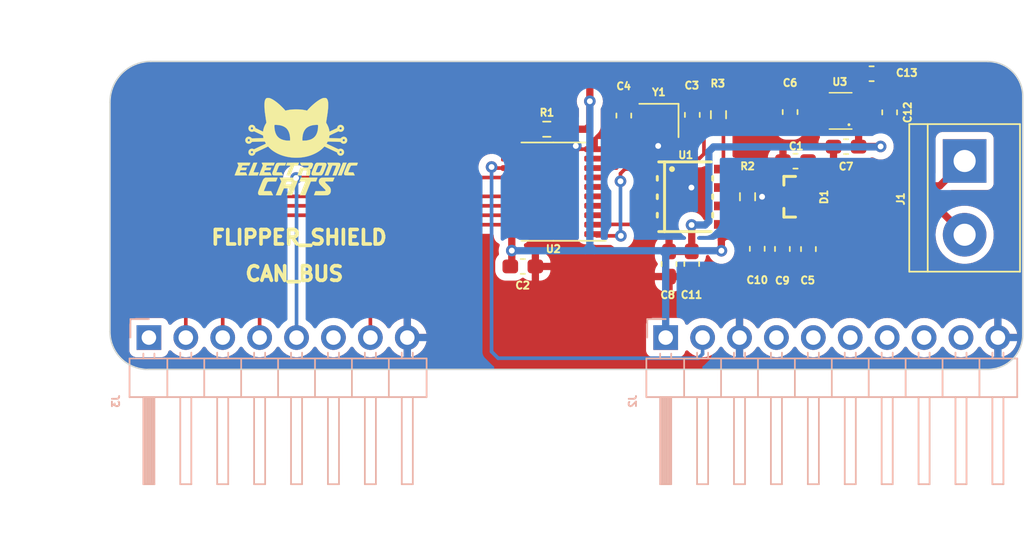
<source format=kicad_pcb>
(kicad_pcb (version 20221018) (generator pcbnew)
  (layers (0 "F.Cu" signal) (31 "B.Cu" signal) (34 "B.Paste" user) (35 "F.Paste" user) (36 "B.SilkS" user "B.Silkscreen") (37 "F.SilkS" user "F.Silkscreen") (38 "B.Mask" user) (39 "F.Mask" user) (44 "Edge.Cuts" user))
  (net 0 "")
  (net 1 "/CAN_L")
  (net 2 "GND")
  (net 3 "/SCK")
  (net 4 "+3V3")
  (net 5 "/INT")
  (net 6 "/RST")
  (net 7 "/TXD")
  (net 8 "+5V")
  (net 9 "/RXD")
  (net 10 "Net-(U1-S)")
  (net 16 "Net-(U2-OSC2)")
  (net 17 "Net-(U2-OSC1)")
  (net 21 "/MOSI")
  (net 22 "/MISO")
  (net 23 "/CS")
  (net 25 "Net-(U3-C+)")
  (net 26 "Net-(U3-C-)")
  (net 34 "/CAN_H")
  (footprint "Capacitor_SMD:C_0603_1608Metric_Pad1.08x0.95mm_HandSolder" (layer "F.Cu") (at 123.421726 85.539223 -90)
    (fp_text reference "C11" (at 2.130777 0.011726 -180) (layer "F.SilkS") (effects (font (size 0.5 0.5) (thickness 0.125))))
    (fp_text value "0.1uf")
    (pad "1" smd roundrect (at -0.8625 0 270) (size 1.075 0.95) (layers "F.Cu" "F.Paste" "F.Mask") (net 8 "+5V"))
    (pad "2" smd roundrect (at 0.8625 0 270) (size 1.075 0.95) (layers "F.Cu" "F.Paste" "F.Mask") (net 2 "GND"))
  )
  (footprint "Capacitor_SMD:C_0603_1608Metric_Pad1.08x0.95mm_HandSolder" (layer "F.Cu") (at 127.931726 84.494223 -90)
    (fp_text reference "C10" (at 2.155777 0.001726) (layer "F.SilkS") (effects (font (size 0.5 0.5) (thickness 0.125))))
    (fp_text value "10uf" hide)
    (pad "1" smd roundrect (at -0.8625 0 270) (size 1.075 0.95) (layers "F.Cu" "F.Paste" "F.Mask") (net 4 "+3V3"))
    (pad "2" smd roundrect (at 0.8625 0 270) (size 1.075 0.95) (layers "F.Cu" "F.Paste" "F.Mask") (net 2 "GND"))
  )
  (footprint "TerminalBlock:TerminalBlock_bornier-2_P5.08mm" (layer "F.Cu") (at 142.2 78.45 -90)
    (fp_text reference "J1" (at 2.61 4.4 90) (layer "F.SilkS") (effects (font (size 0.5 0.5) (thickness 0.125))))
    (fp_text value "Conn_01x02")
    (pad "1" thru_hole rect (at 0 0 270) (size 3 3) (drill 1.52) (layers "*.Cu" "*.Mask") (net 34 "/CAN_H"))
    (pad "2" thru_hole circle (at 5.08 0 270) (size 3 3) (drill 1.52) (layers "*.Cu" "*.Mask") (net 1 "/CAN_L"))
  )
  (footprint "Resistor_SMD:R_0603_1608Metric_Pad0.98x0.95mm_HandSolder" (layer "F.Cu") (at 127.262976 80.911723 90)
    (fp_text reference "R2" (at 2.1 0) (layer "F.SilkS") (effects (font (size 0.5 0.5) (thickness 0.125))))
    (fp_text value "120")
    (pad "1" smd roundrect (at -0.9125 0 90) (size 0.975 0.95) (layers "F.Cu" "F.Paste" "F.Mask") (net 1 "/CAN_L"))
    (pad "2" smd roundrect (at 0.9125 0 90) (size 0.975 0.95) (layers "F.Cu" "F.Paste" "F.Mask") (net 34 "/CAN_H"))
  )
  (footprint "Capacitor_SMD:C_0603_1608Metric_Pad1.08x0.95mm_HandSolder" (layer "F.Cu") (at 123.462976 75.274223 90)
    (fp_text reference "C3" (at 2.024223 -0.032976 180) (layer "F.SilkS") (effects (font (size 0.5 0.5) (thickness 0.125))))
    (fp_text value "22pf" hide)
    (pad "1" smd roundrect (at -0.8625 0 90) (size 1.075 0.95) (layers "F.Cu" "F.Paste" "F.Mask") (net 2 "GND"))
    (pad "2" smd roundrect (at 0.8625 0 90) (size 1.075 0.95) (layers "F.Cu" "F.Paste" "F.Mask") (net 16 "Net-(U2-OSC2)"))
  )
  (footprint "Capacitor_SMD:C_0603_1608Metric_Pad1.08x0.95mm_HandSolder" (layer "F.Cu") (at 131.451726 84.516723 90)
    (fp_text reference "C5" (at -2.153277 -0.051726 180) (layer "F.SilkS") (effects (font (size 0.5 0.5) (thickness 0.125))))
    (fp_text value "47pf")
    (pad "1" smd roundrect (at -0.8625 0 90) (size 1.075 0.95) (layers "F.Cu" "F.Paste" "F.Mask") (net 2 "GND"))
    (pad "2" smd roundrect (at 0.8625 0 90) (size 1.075 0.95) (layers "F.Cu" "F.Paste" "F.Mask") (net 1 "/CAN_L"))
  )
  (footprint "Resistor_SMD:R_0603_1608Metric_Pad0.98x0.95mm_HandSolder" (layer "F.Cu") (at 125.262976 75.261723 -90)
    (fp_text reference "R3" (at -2.15 0.05) (layer "F.SilkS") (effects (font (size 0.5 0.5) (thickness 0.125))))
    (fp_text value "10k" hide)
    (pad "1" smd roundrect (at -0.9125 0 270) (size 0.975 0.95) (layers "F.Cu" "F.Paste" "F.Mask") (net 2 "GND"))
    (pad "2" smd roundrect (at 0.9125 0 270) (size 0.975 0.95) (layers "F.Cu" "F.Paste" "F.Mask") (net 10 "Net-(U1-S)"))
  )
  (footprint "TJA1051T_3:SOT96-1" (layer "F.Cu") (at 122.952976 80.911723 -90)
    (fp_text reference "U1" (at -2.871723 -0.057024) (layer "F.SilkS") (effects (font (size 0.5 0.5) (thickness 0.125))))
    (fp_text value "TJA1051T/3")
    (pad "1" smd rect (at -1.905 2.65 270) (size 0.6 1.3) (layers "F.Cu" "F.Paste" "F.Mask") (net 7 "/TXD"))
    (pad "2" smd rect (at -0.635 2.65 270) (size 0.6 1.3) (layers "F.Cu" "F.Paste" "F.Mask") (net 2 "GND"))
    (pad "3" smd rect (at 0.635 2.65 270) (size 0.6 1.3) (layers "F.Cu" "F.Paste" "F.Mask") (net 8 "+5V"))
    (pad "4" smd rect (at 1.905 2.65 270) (size 0.6 1.3) (layers "F.Cu" "F.Paste" "F.Mask") (net 9 "/RXD"))
    (pad "5" smd rect (at 1.905 -2.65 270) (size 0.6 1.3) (layers "F.Cu" "F.Paste" "F.Mask") (net 4 "+3V3"))
    (pad "6" smd rect (at 0.635 -2.65 270) (size 0.6 1.3) (layers "F.Cu" "F.Paste" "F.Mask") (net 1 "/CAN_L"))
    (pad "7" smd rect (at -0.635 -2.65 270) (size 0.6 1.3) (layers "F.Cu" "F.Paste" "F.Mask") (net 34 "/CAN_H"))
    (pad "8" smd rect (at -1.905 -2.65 270) (size 0.6 1.3) (layers "F.Cu" "F.Paste" "F.Mask") (net 10 "Net-(U1-S)"))
  )
  (footprint "Capacitor_SMD:C_0603_1608Metric_Pad1.08x0.95mm_HandSolder" (layer "F.Cu") (at 118.75 75.3225 -90)
    (fp_text reference "C4" (at -2.0225 0.01 -180) (layer "F.SilkS") (effects (font (size 0.5 0.5) (thickness 0.125))))
    (fp_text value "22pf" hide)
    (pad "1" smd roundrect (at -0.8625 0 270) (size 1.075 0.95) (layers "F.Cu" "F.Paste" "F.Mask") (net 2 "GND"))
    (pad "2" smd roundrect (at 0.8625 0 270) (size 1.075 0.95) (layers "F.Cu" "F.Paste" "F.Mask") (net 17 "Net-(U2-OSC1)"))
  )
  (footprint "Capacitor_SMD:C_0603_1608Metric_Pad1.08x0.95mm_HandSolder" (layer "F.Cu") (at 135.799051 72.439998)
    (fp_text reference "C13" (at 2.420949 -0.059998) (layer "F.SilkS") (effects (font (size 0.5 0.5) (thickness 0.125))))
    (fp_text value "10uf" hide)
    (pad "1" smd roundrect (at -0.8625 0) (size 1.075 0.95) (layers "F.Cu" "F.Paste" "F.Mask") (net 4 "+3V3"))
    (pad "2" smd roundrect (at 0.8625 0) (size 1.075 0.95) (layers "F.Cu" "F.Paste" "F.Mask") (net 2 "GND"))
  )
  (footprint "Crystal:Crystal_SMD_2016-4Pin_2.0x1.6mm" (layer "F.Cu") (at 121.162976 75.661723 180)
    (fp_text reference "Y1" (at 0 1.95) (layer "F.SilkS") (effects (font (size 0.5 0.5) (thickness 0.125))))
    (fp_text value "16 Mhz")
    (pad "1" smd rect (at -0.7 0.55 180) (size 0.9 0.8) (layers "F.Cu" "F.Paste" "F.Mask") (net 16 "Net-(U2-OSC2)"))
    (pad "2" smd rect (at 0.7 0.55 180) (size 0.9 0.8) (layers "F.Cu" "F.Paste" "F.Mask") (net 2 "GND"))
    (pad "3" smd rect (at 0.7 -0.55 180) (size 0.9 0.8) (layers "F.Cu" "F.Paste" "F.Mask") (net 17 "Net-(U2-OSC1)"))
    (pad "4" smd rect (at -0.7 -0.55 180) (size 0.9 0.8) (layers "F.Cu" "F.Paste" "F.Mask") (net 2 "GND"))
  )
  (footprint "Capacitor_SMD:C_0603_1608Metric_Pad1.08x0.95mm_HandSolder" (layer "F.Cu") (at 134.04155 77.459999 180)
    (fp_text reference "C7" (at 0.00155 -1.370001) (layer "F.SilkS") (effects (font (size 0.5 0.5) (thickness 0.125))))
    (fp_text value "0.1uf")
    (pad "1" smd roundrect (at -0.8625 0 180) (size 1.075 0.95) (layers "F.Cu" "F.Paste" "F.Mask") (net 8 "+5V"))
    (pad "2" smd roundrect (at 0.8625 0 180) (size 1.075 0.95) (layers "F.Cu" "F.Paste" "F.Mask") (net 2 "GND"))
  )
  (footprint "Logos:electronic_cats_logo_8x6" (layer "F.Cu") (at 96.21 77.46)
    (fp_text reference "G***" hide)
    (fp_text value "LOGO" hide)
  )
  (footprint "Capacitor_SMD:C_0603_1608Metric_Pad1.08x0.95mm_HandSolder" (layer "F.Cu") (at 121.861726 85.546723 -90)
    (fp_text reference "C8" (at 2.133277 0.091726 -180) (layer "F.SilkS") (effects (font (size 0.5 0.5) (thickness 0.125))))
    (fp_text value "10uf" hide)
    (pad "1" smd roundrect (at -0.8625 0 270) (size 1.075 0.95) (layers "F.Cu" "F.Paste" "F.Mask") (net 8 "+5V"))
    (pad "2" smd roundrect (at 0.8625 0 270) (size 1.075 0.95) (layers "F.Cu" "F.Paste" "F.Mask") (net 2 "GND"))
  )
  (footprint "footprints:SOT-23-6_DIO" (layer "F.Cu") (at 133.64155 74.999999 180)
    (fp_text reference "U3" (at 0.03155 1.999999 unlocked) (layer "F.SilkS") (effects (font (size 0.5 0.5) (thickness 0.125))))
    (fp_text value "AP3602AKTR-G1" hide)
    (pad "1" smd rect (at -1.28905 -0.950001 180) (size 1.0795 0.4572) (layers "F.Cu" "F.Paste" "F.Mask") (net 8 "+5V"))
    (pad "2" smd rect (at -1.28905 0 180) (size 1.0795 0.4572) (layers "F.Cu" "F.Paste" "F.Mask") (net 2 "GND"))
    (pad "3" smd rect (at -1.28905 0.950001 180) (size 1.0795 0.4572) (layers "F.Cu" "F.Paste" "F.Mask") (net 4 "+3V3"))
    (pad "4" smd rect (at 1.28905 0.950001 180) (size 1.0795 0.4572) (layers "F.Cu" "F.Paste" "F.Mask") (net 26 "Net-(U3-C-)"))
    (pad "5" smd rect (at 1.28905 0 180) (size 1.0795 0.4572) (layers "F.Cu" "F.Paste" "F.Mask") (net 4 "+3V3"))
    (pad "6" smd rect (at 1.28905 -0.950001 180) (size 1.0795 0.4572) (layers "F.Cu" "F.Paste" "F.Mask") (net 25 "Net-(U3-C+)"))
  )
  (footprint "Capacitor_SMD:C_0603_1608Metric_Pad1.08x0.95mm_HandSolder" (layer "F.Cu") (at 130.19155 75.079999 90)
    (fp_text reference "C6" (at 2.009999 -0.00155 180) (layer "F.SilkS") (effects (font (size 0.5 0.5) (thickness 0.125))))
    (fp_text value "1uf" hide)
    (pad "1" smd roundrect (at -0.8625 0 90) (size 1.075 0.95) (layers "F.Cu" "F.Paste" "F.Mask") (net 25 "Net-(U3-C+)"))
    (pad "2" smd roundrect (at 0.8625 0 90) (size 1.075 0.95) (layers "F.Cu" "F.Paste" "F.Mask") (net 26 "Net-(U3-C-)"))
  )
  (footprint "Capacitor_SMD:C_0603_1608Metric_Pad1.08x0.95mm_HandSolder" (layer "F.Cu") (at 129.661726 84.506723 -90)
    (fp_text reference "C9" (at 2.183277 0.001726) (layer "F.SilkS") (effects (font (size 0.5 0.5) (thickness 0.125))))
    (fp_text value "0.1uf" hide)
    (pad "1" smd roundrect (at -0.8625 0 270) (size 1.075 0.95) (layers "F.Cu" "F.Paste" "F.Mask") (net 4 "+3V3"))
    (pad "2" smd roundrect (at 0.8625 0 270) (size 1.075 0.95) (layers "F.Cu" "F.Paste" "F.Mask") (net 2 "GND"))
  )
  (footprint "Capacitor_SMD:C_0603_1608Metric_Pad1.08x0.95mm_HandSolder" (layer "F.Cu") (at 130.562976 78.461723 180)
    (fp_text reference "C1" (at -0.047024 1.031723) (layer "F.SilkS") (effects (font (size 0.5 0.5) (thickness 0.125))))
    (fp_text value "47pf" hide)
    (pad "1" smd roundrect (at -0.8625 0 180) (size 1.075 0.95) (layers "F.Cu" "F.Paste" "F.Mask") (net 34 "/CAN_H"))
    (pad "2" smd roundrect (at 0.8625 0 180) (size 1.075 0.95) (layers "F.Cu" "F.Paste" "F.Mask") (net 2 "GND"))
  )
  (footprint "Capacitor_SMD:C_0603_1608Metric_Pad1.08x0.95mm_HandSolder" (layer "F.Cu") (at 137.04 75.099999 90)
    (fp_text reference "C12" (at 0 1.24 90) (layer "F.SilkS") (effects (font (size 0.5 0.5) (thickness 0.125))))
    (fp_text value "10uf")
    (pad "1" smd roundrect (at -0.8625 0 90) (size 1.075 0.95) (layers "F.Cu" "F.Paste" "F.Mask") (net 8 "+5V"))
    (pad "2" smd roundrect (at 0.8625 0 90) (size 1.075 0.95) (layers "F.Cu" "F.Paste" "F.Mask") (net 2 "GND"))
  )
  (footprint "PESD1CAN:SOT23-3" (layer "F.Cu") (at 130.462976 80.911723 90)
    (fp_text reference "D1" (at -0.018277 2.067024 90) (layer "F.SilkS") (effects (font (size 0.5 0.5) (thickness 0.125))))
    (fp_text value "PESD1CAN")
    (pad "1" smd rect (at -0.95 1 90) (size 0.8 0.9) (layers "F.Cu" "F.Paste" "F.Mask") (net 1 "/CAN_L"))
    (pad "2" smd rect (at 0.95 1 90) (size 0.8 0.9) (layers "F.Cu" "F.Paste" "F.Mask") (net 34 "/CAN_H"))
    (pad "3" smd rect (at 0 -1.1 90) (size 0.8 0.9) (layers "F.Cu" "F.Paste" "F.Mask") (net 2 "GND"))
  )
  (footprint "Package_SO:TSSOP-20_4.4x6.5mm_P0.65mm" (layer "F.Cu") (at 113.902976 80.561723 180)
    (fp_text reference "U2" (at 0 -3.948277) (layer "F.SilkS") (effects (font (size 0.5 0.5) (thickness 0.125))))
    (fp_text value "MCP2515-xST")
    (pad "1" smd roundrect (at -2.8625 -2.925 180) (size 1.475 0.4) (layers "F.Cu" "F.Paste" "F.Mask") (net 7 "/TXD"))
    (pad "2" smd roundrect (at -2.8625 -2.275 180) (size 1.475 0.4) (layers "F.Cu" "F.Paste" "F.Mask") (net 9 "/RXD"))
    (pad "3" smd roundrect (at -2.8625 -1.625 180) (size 1.475 0.4) (layers "F.Cu" "F.Paste" "F.Mask"))
    (pad "4" smd roundrect (at -2.8625 -0.975 180) (size 1.475 0.4) (layers "F.Cu" "F.Paste" "F.Mask"))
    (pad "5" smd roundrect (at -2.8625 -0.325 180) (size 1.475 0.4) (layers "F.Cu" "F.Paste" "F.Mask"))
    (pad "6" smd roundrect (at -2.8625 0.325 180) (size 1.475 0.4) (layers "F.Cu" "F.Paste" "F.Mask"))
    (pad "7" smd roundrect (at -2.8625 0.975 180) (size 1.475 0.4) (layers "F.Cu" "F.Paste" "F.Mask"))
    (pad "8" smd roundrect (at -2.8625 1.625 180) (size 1.475 0.4) (layers "F.Cu" "F.Paste" "F.Mask") (net 16 "Net-(U2-OSC2)"))
    (pad "9" smd roundrect (at -2.8625 2.275 180) (size 1.475 0.4) (layers "F.Cu" "F.Paste" "F.Mask") (net 17 "Net-(U2-OSC1)"))
    (pad "10" smd roundrect (at -2.8625 2.925 180) (size 1.475 0.4) (layers "F.Cu" "F.Paste" "F.Mask") (net 2 "GND"))
    (pad "11" smd roundrect (at 2.8625 2.925 180) (size 1.475 0.4) (layers "F.Cu" "F.Paste" "F.Mask"))
    (pad "12" smd roundrect (at 2.8625 2.275 180) (size 1.475 0.4) (layers "F.Cu" "F.Paste" "F.Mask"))
    (pad "13" smd roundrect (at 2.8625 1.625 180) (size 1.475 0.4) (layers "F.Cu" "F.Paste" "F.Mask") (net 5 "/INT"))
    (pad "14" smd roundrect (at 2.8625 0.975 180) (size 1.475 0.4) (layers "F.Cu" "F.Paste" "F.Mask") (net 3 "/SCK"))
    (pad "15" smd roundrect (at 2.8625 0.325 180) (size 1.475 0.4) (layers "F.Cu" "F.Paste" "F.Mask"))
    (pad "16" smd roundrect (at 2.8625 -0.325 180) (size 1.475 0.4) (layers "F.Cu" "F.Paste" "F.Mask") (net 21 "/MOSI"))
    (pad "17" smd roundrect (at 2.8625 -0.975 180) (size 1.475 0.4) (layers "F.Cu" "F.Paste" "F.Mask") (net 22 "/MISO"))
    (pad "18" smd roundrect (at 2.8625 -1.625 180) (size 1.475 0.4) (layers "F.Cu" "F.Paste" "F.Mask") (net 23 "/CS"))
    (pad "19" smd roundrect (at 2.8625 -2.275 180) (size 1.475 0.4) (layers "F.Cu" "F.Paste" "F.Mask") (net 6 "/RST"))
    (pad "20" smd roundrect (at 2.8625 -2.925 180) (size 1.475 0.4) (layers "F.Cu" "F.Paste" "F.Mask") (net 4 "+3V3"))
  )
  (footprint "Capacitor_SMD:C_0603_1608Metric_Pad1.08x0.95mm_HandSolder" (layer "F.Cu") (at 111.800476 85.711723 180)
    (fp_text reference "C2" (at 0.010476 -1.308277) (layer "F.SilkS") (effects (font (size 0.5 0.5) (thickness 0.125))))
    (fp_text value "0.1uf" hide)
    (pad "1" smd roundrect (at -0.8625 0 180) (size 1.075 0.95) (layers "F.Cu" "F.Paste" "F.Mask") (net 2 "GND"))
    (pad "2" smd roundrect (at 0.8625 0 180) (size 1.075 0.95) (layers "F.Cu" "F.Paste" "F.Mask") (net 4 "+3V3"))
  )
  (footprint "Resistor_SMD:R_0603_1608Metric_Pad0.98x0.95mm_HandSolder" (layer "F.Cu") (at 113.45 76.26 180)
    (fp_text reference "R1" (at -0.01 1.14 180) (layer "F.SilkS") (effects (font (size 0.5 0.5) (thickness 0.125))))
    (fp_text value "10k" hide)
    (pad "1" smd roundrect (at -0.9125 0 180) (size 0.975 0.95) (layers "F.Cu" "F.Paste" "F.Mask") (net 4 "+3V3"))
    (pad "2" smd roundrect (at 0.9125 0 180) (size 0.975 0.95) (layers "F.Cu" "F.Paste" "F.Mask") (net 23 "/CS"))
  )
  (footprint "Connector_PinHeader_2.54mm:PinHeader_1x08_P2.54mm_Horizontal" (layer "B.Cu") (at 86.07 90.61 -90)
    (fp_text reference "J3" (at 4.385 2.27 90) (layer "B.SilkS") (effects (font (size 0.5 0.5) (thickness 0.125)) (justify mirror)))
    (fp_text value "Conn_01x08_Socket" hide)
    (pad "1" thru_hole rect (at 0 0 270) (size 1.7 1.7) (drill 1) (layers "*.Cu" "*.Mask"))
    (pad "2" thru_hole oval (at 0 -2.54 270) (size 1.7 1.7) (drill 1) (layers "*.Cu" "*.Mask") (net 21 "/MOSI"))
    (pad "3" thru_hole oval (at 0 -5.08 270) (size 1.7 1.7) (drill 1) (layers "*.Cu" "*.Mask") (net 22 "/MISO"))
    (pad "4" thru_hole oval (at 0 -7.62 270) (size 1.7 1.7) (drill 1) (layers "*.Cu" "*.Mask") (net 23 "/CS"))
    (pad "5" thru_hole oval (at 0 -10.16 270) (size 1.7 1.7) (drill 1) (layers "*.Cu" "*.Mask") (net 3 "/SCK"))
    (pad "6" thru_hole oval (at 0 -12.7 270) (size 1.7 1.7) (drill 1) (layers "*.Cu" "*.Mask"))
    (pad "7" thru_hole oval (at 0 -15.24 270) (size 1.7 1.7) (drill 1) (layers "*.Cu" "*.Mask") (net 6 "/RST"))
    (pad "8" thru_hole oval (at 0 -17.78 270) (size 1.7 1.7) (drill 1) (layers "*.Cu" "*.Mask") (net 2 "GND"))
  )
  (footprint "Connector_PinHeader_2.54mm:PinHeader_1x10_P2.54mm_Horizontal" (layer "B.Cu") (at 121.63 90.61 -90)
    (fp_text reference "J2" (at 4.385 2.27 90) (layer "B.SilkS") (effects (font (size 0.5 0.5) (thickness 0.125)) (justify mirror)))
    (fp_text value "Conn_01x10_Socket" hide)
    (pad "1" thru_hole rect (at 0 0 270) (size 1.7 1.7) (drill 1) (layers "*.Cu" "*.Mask") (net 4 "+3V3"))
    (pad "2" thru_hole oval (at 0 -2.54 270) (size 1.7 1.7) (drill 1) (layers "*.Cu" "*.Mask") (net 5 "/INT"))
    (pad "3" thru_hole oval (at 0 -5.08 270) (size 1.7 1.7) (drill 1) (layers "*.Cu" "*.Mask") (net 2 "GND"))
    (pad "4" thru_hole oval (at 0 -7.62 270) (size 1.7 1.7) (drill 1) (layers "*.Cu" "*.Mask"))
    (pad "5" thru_hole oval (at 0 -10.16 270) (size 1.7 1.7) (drill 1) (layers "*.Cu" "*.Mask"))
    (pad "6" thru_hole oval (at 0 -12.7 270) (size 1.7 1.7) (drill 1) (layers "*.Cu" "*.Mask"))
    (pad "7" thru_hole oval (at 0 -15.24 270) (size 1.7 1.7) (drill 1) (layers "*.Cu" "*.Mask"))
    (pad "8" thru_hole oval (at 0 -17.78 270) (size 1.7 1.7) (drill 1) (layers "*.Cu" "*.Mask"))
    (pad "9" thru_hole oval (at 0 -20.32 270) (size 1.7 1.7) (drill 1) (layers "*.Cu" "*.Mask"))
    (pad "10" thru_hole oval (at 0 -22.86 270) (size 1.7 1.7) (drill 1) (layers "*.Cu" "*.Mask") (net 2 "GND"))
  )
  (gr_line (start 146.2 74) (end 146.2 90.4) (stroke (width 0.1)) (layer "Edge.Cuts"))
  (gr_line (start 143.8 92.8) (end 86 92.8) (stroke (width 0.1)) (layer "Edge.Cuts"))
  (gr_line (start 86.2 71.592867) (end 143.8 71.592867) (stroke (width 0.1)) (layer "Edge.Cuts"))
  (gr_arc (start 86 92.80768) (mid 84.156092 92.043908) (end 83.39232 90.2) (stroke (width 0.1)) (layer "Edge.Cuts"))
  (gr_line (start 83.39232 90.2) (end 83.39232 74.4) (stroke (width 0.1)) (layer "Edge.Cuts"))
  (gr_arc (start 146.2 90.4) (mid 145.497056 92.097056) (end 143.8 92.8) (stroke (width 0.1)) (layer "Edge.Cuts"))
  (gr_arc (start 83.392867 74.4) (mid 84.215057 72.415057) (end 86.2 71.592867) (stroke (width 0.1)) (layer "Edge.Cuts"))
  (gr_arc (start 143.8 71.6) (mid 145.497056 72.302944) (end 146.2 74) (stroke (width 0.1)) (layer "Edge.Cuts"))
  (gr_text "CAN_BUS\n" (at 92.58 86.8) (layer "F.SilkS") (effects (font (size 1 1) (thickness 0.25) bold) (justify left bottom)))
  (gr_text "FLIPPER_SHIELD\n" (at 90.24 84.3) (layer "F.SilkS") (effects (font (size 1 1) (thickness 0.25) bold) (justify left bottom)))
  (segment (start 131.462976 83.474223) (end 131.425476 83.511723) (width 0.5) (layer "F.Cu") (net 1))
  (segment (start 131.462976 81.861723) (end 131.462976 83.642973) (width 0.5) (layer "F.Cu") (net 1))
  (segment (start 140.5 81.83) (end 131.494699 81.83) (width 0.5) (layer "F.Cu") (net 1))
  (segment (start 131.462976 81.861723) (end 127.300476 81.861723) (width 0.5) (layer "F.Cu") (net 1))
  (segment (start 125.602976 81.546723) (end 126.985476 81.546723) (width 0.5) (layer "F.Cu") (net 1))
  (segment (start 131.462976 83.642973) (end 131.451726 83.654223) (width 0.5) (layer "F.Cu") (net 1))
  (segment (start 142.2 83.53) (end 140.5 81.83) (width 0.5) (layer "F.Cu") (net 1))
  (segment (start 131.494699 81.83) (end 131.462976 81.861723) (width 0.5) (layer "F.Cu") (net 1))
  (segment (start 126.985476 81.546723) (end 127.262976 81.824223) (width 0.5) (layer "F.Cu") (net 1))
  (segment (start 127.300476 81.861723) (end 127.262976 81.824223) (width 0.5) (layer "F.Cu") (net 1))
  (segment (start 115.487976 77.636723) (end 115.262976 77.411723) (width 0.25) (layer "F.Cu") (net 2))
  (segment (start 136.620001 74.999999) (end 134.9306 74.999999) (width 0.25) (layer "F.Cu") (net 2))
  (segment (start 118.762976 74.449223) (end 119.800476 74.449223) (width 0.25) (layer "F.Cu") (net 2))
  (segment (start 116.765476 77.636723) (end 115.487976 77.636723) (width 0.25) (layer "F.Cu") (net 2))
  (segment (start 137.04155 74.237499) (end 137.04155 74.57845) (width 0.25) (layer "F.Cu") (net 2))
  (segment (start 137.04155 74.57845) (end 136.620001 74.999999) (width 0.25) (layer "F.Cu") (net 2))
  (segment (start 119.800476 74.449223) (end 120.462976 75.111723) (width 0.25) (layer "F.Cu") (net 2))
  (segment (start 116.740476 77.611723) (end 116.765476 77.636723) (width 0.25) (layer "F.Cu") (net 2))
  (via (at 128.262976 80.911723) (size 0.8) (drill 0.4) (layers "F.Cu" "B.Cu") (net 2))
  (via (at 115.446176 77.411723) (size 0.8) (drill 0.4) (layers "F.Cu" "B.Cu") (net 2))
  (via (at 123.4 80.28) (size 0.8) (drill 0.4) (layers "F.Cu" "B.Cu") (net 2))
  (via (at 121.112976 77.411723) (size 0.8) (drill 0.4) (layers "F.Cu" "B.Cu") (net 2))
  (segment (start 96.233277 79.586723) (end 96.2 79.62) (width 0.25) (layer "F.Cu") (net 3))
  (segment (start 111.040476 79.586723) (end 96.233277 79.586723) (width 0.25) (layer "F.Cu") (net 3))
  (via (at 96.2 79.62) (size 0.8) (drill 0.4) (layers "F.Cu" "B.Cu") (net 3))
  (segment (start 96.2 79.62) (end 96.23 79.65) (width 0.25) (layer "B.Cu") (net 3))
  (segment (start 96.23 79.65) (end 96.23 90.61) (width 0.25) (layer "B.Cu") (net 3))
  (segment (start 116.411376 72.767073) (end 116.961726 72.216723) (width 0.5) (layer "F.Cu") (net 4))
  (segment (start 125.721726 83.631723) (end 125.467976 83.631723) (width 0.5) (layer "F.Cu") (net 4))
  (segment (start 111.040476 83.486723) (end 111.040476 85.609223) (width 0.5) (layer "F.Cu") (net 4))
  (segment (start 125.717976 83.631723) (end 125.462976 83.376723) (width 0.5) (layer "F.Cu") (net 4))
  (segment (start 116.17 76.26) (end 114.3625 76.26) (width 0.5) (layer "F.Cu") (net 4))
  (segment (start 134.160002 74.049998) (end 134.9306 74.049998) (width 0.5) (layer "F.Cu") (net 4))
  (segment (start 125.721726 83.631723) (end 125.717976 83.631723) (width 0.5) (layer "F.Cu") (net 4))
  (segment (start 125.721726 83.631723) (end 125.707976 83.631723) (width 0.5) (layer "F.Cu") (net 4))
  (segment (start 125.462976 84.630723) (end 125.462976 83.876723) (width 0.5) (layer "F.Cu") (net 4))
  (segment (start 134.766551 72.269998) (end 134.936551 72.439998) (width 0.5) (layer "F.Cu") (net 4))
  (segment (start 127.944226 83.644223) (end 127.931726 83.631723) (width 0.5) (layer "F.Cu") (net 4))
  (segment (start 125.707976 83.631723) (end 125.462976 83.876723) (width 0.5) (layer "F.Cu") (net 4))
  (segment (start 134.93405 72.539999) (end 134.93405 74.046548) (width 0.5) (layer "F.Cu") (net 4))
  (segment (start 132.3525 74.999999) (end 133.210001 74.999999) (width 0.5) (layer "F.Cu") (net 4))
  (segment (start 125.462976 82.956723) (end 125.602976 82.816723) (width 0.5) (layer "F.Cu") (net 4))
  (segment (start 125.462976 83.876723) (end 125.462976 83.636723) (width 0.5) (layer "F.Cu") (net 4))
  (segment (start 125.467976 83.631723) (end 125.462976 83.636723) (width 0.5) (layer "F.Cu") (net 4))
  (segment (start 116.411376 74.333923) (end 116.411376 72.767073) (width 0.5) (layer "F.Cu") (net 4))
  (segment (start 116.961726 72.216723) (end 134.713276 72.216723) (width 0.5) (layer "F.Cu") (net 4))
  (segment (start 116.411376 74.333923) (end 116.411376 76.018624) (width 0.5) (layer "F.Cu") (net 4))
  (segment (start 129.661726 83.644223) (end 127.944226 83.644223) (width 0.5) (layer "F.Cu") (net 4))
  (segment (start 116.411376 76.018624) (end 116.17 76.26) (width 0.5) (layer "F.Cu") (net 4))
  (segment (start 134.713276 72.216723) (end 134.936551 72.439998) (width 0.5) (layer "F.Cu") (net 4))
  (segment (start 125.462976 83.636723) (end 125.462976 83.376723) (width 0.5) (layer "F.Cu") (net 4))
  (segment (start 133.210001 74.999999) (end 134.160002 74.049998) (width 0.5) (layer "F.Cu") (net 4))
  (segment (start 127.931726 83.631723) (end 125.721726 83.631723) (width 0.5) (layer "F.Cu") (net 4))
  (segment (start 134.93405 74.046548) (end 134.9306 74.049998) (width 0.5) (layer "F.Cu") (net 4))
  (segment (start 111.040476 85.609223) (end 110.937976 85.711723) (width 0.5) (layer "F.Cu") (net 4))
  (segment (start 125.462976 83.376723) (end 125.462976 82.956723) (width 0.5) (layer "F.Cu") (net 4))
  (via (at 125.462976 84.630723) (size 0.8) (drill 0.4) (layers "F.Cu" "B.Cu") (net 4))
  (via (at 116.411376 74.333923) (size 0.8) (drill 0.4) (layers "F.Cu" "B.Cu") (net 4))
  (via (at 111.040476 84.620923) (size 0.8) (drill 0.4) (layers "F.Cu" "B.Cu") (net 4))
  (segment (start 121.63 84.630723) (end 121.38 84.630723) (width 0.5) (layer "B.Cu") (net 4))
  (segment (start 116.298526 84.433923) (end 116.101726 84.630723) (width 0.5) (layer "B.Cu") (net 4))
  (segment (start 121.63 90.61) (end 121.63 84.91) (width 0.5) (layer "B.Cu") (net 4))
  (segment (start 121.38 84.630723) (end 116.721726 84.630723) (width 0.5) (layer "B.Cu") (net 4))
  (segment (start 116.411376 84.433923) (end 116.524926 84.433923) (width 0.5) (layer "B.Cu") (net 4))
  (segment (start 121.63 84.880723) (end 121.88 84.630723) (width 0.5) (layer "B.Cu") (net 4))
  (segment (start 116.721726 84.630723) (end 116.101726 84.630723) (width 0.5) (layer "B.Cu") (net 4))
  (segment (start 121.63 84.880723) (end 121.38 84.630723) (width 0.5) (layer "B.Cu") (net 4))
  (segment (start 116.411376 74.333923) (end 116.411376 84.433923) (width 0.5) (layer "B.Cu") (net 4))
  (segment (start 121.63 84.91) (end 121.63 84.880723) (width 0.5) (layer "B.Cu") (net 4))
  (segment (start 111.050276 84.630723) (end 111.040476 84.620923) (width 0.5) (layer "B.Cu") (net 4))
  (segment (start 125.462976 84.630723) (end 121.88 84.630723) (width 0.5) (layer "B.Cu") (net 4))
  (segment (start 121.63 84.91) (end 121.63 84.630723) (width 0.5) (layer "B.Cu") (net 4))
  (segment (start 121.88 84.630723) (end 121.63 84.630723) (width 0.5) (layer "B.Cu") (net 4))
  (segment (start 116.524926 84.433923) (end 116.721726 84.630723) (width 0.5) (layer "B.Cu") (net 4))
  (segment (start 111.049676 84.611723) (end 111.040476 84.620923) (width 0.5) (layer "B.Cu") (net 4))
  (segment (start 116.411376 84.433923) (end 116.298526 84.433923) (width 0.5) (layer "B.Cu") (net 4))
  (segment (start 116.101726 84.630723) (end 111.050276 84.630723) (width 0.5) (layer "B.Cu") (net 4))
  (segment (start 109.7245 78.936723) (end 109.65 78.862223) (width 0.25) (layer "F.Cu") (net 5))
  (segment (start 111.040476 78.936723) (end 109.7245 78.936723) (width 0.25) (layer "F.Cu") (net 5))
  (via (at 109.65 78.862223) (size 0.8) (drill 0.4) (layers "F.Cu" "B.Cu") (net 5))
  (segment (start 109.65 91.58) (end 110.1 92.03) (width 0.25) (layer "B.Cu") (net 5))
  (segment (start 123.88 92.03) (end 124.17 91.74) (width 0.25) (layer "B.Cu") (net 5))
  (segment (start 110.1 92.03) (end 123.88 92.03) (width 0.25) (layer "B.Cu") (net 5))
  (segment (start 124.17 91.74) (end 124.17 90.61) (width 0.25) (layer "B.Cu") (net 5))
  (segment (start 109.65 78.862223) (end 109.65 91.58) (width 0.25) (layer "B.Cu") (net 5))
  (segment (start 102.023277 82.836723) (end 101.31 83.55) (width 0.25) (layer "F.Cu") (net 6))
  (segment (start 101.31 83.55) (end 101.31 90.61) (width 0.25) (layer "F.Cu") (net 6))
  (segment (start 111.040476 82.836723) (end 102.023277 82.836723) (width 0.25) (layer "F.Cu") (net 6))
  (segment (start 116.883676 83.604923) (end 116.765476 83.486723) (width 0.25) (layer "F.Cu") (net 7))
  (segment (start 118.825176 79.006723) (end 118.519576 79.312323) (width 0.25) (layer "F.Cu") (net 7))
  (segment (start 120.302976 79.006723) (end 118.825176 79.006723) (width 0.25) (layer "F.Cu") (net 7))
  (segment (start 118.519576 79.312323) (end 118.519576 79.845723) (width 0.25) (layer "F.Cu") (net 7))
  (segment (start 118.544976 83.604923) (end 116.883676 83.604923) (width 0.25) (layer "F.Cu") (net 7))
  (via (at 118.544976 83.604923) (size 0.8) (drill 0.4) (layers "F.Cu" "B.Cu") (net 7))
  (via (at 118.519576 79.845723) (size 0.8) (drill 0.4) (layers "F.Cu" "B.Cu") (net 7))
  (segment (start 118.519576 83.579523) (end 118.544976 83.604923) (width 0.25) (layer "B.Cu") (net 7))
  (segment (start 118.519576 79.845723) (end 118.519576 83.579523) (width 0.25) (layer "B.Cu") (net 7))
  (segment (start 134.90405 75.97655) (end 134.9306 75.95) (width 0.5) (layer "F.Cu") (net 8))
  (segment (start 137.04155 75.962499) (end 134.943099 75.962499) (width 0.5) (layer "F.Cu") (net 8))
  (segment (start 136.419051 77.449998) (end 134.914051 77.449998) (width 0.5) (layer "F.Cu") (net 8))
  (segment (start 123.421726 84.676723) (end 121.869226 84.676723) (width 0.5) (layer "F.Cu") (net 8))
  (segment (start 134.914051 77.449998) (end 134.90405 77.459999) (width 0.5) (layer "F.Cu") (net 8))
  (segment (start 121.441726 81.546723) (end 120.302976 81.546723) (width 0.5) (layer "F.Cu") (net 8))
  (segment (start 121.869226 84.676723) (end 121.861726 84.684223) (width 0.5) (layer "F.Cu") (net 8))
  (segment (start 121.861726 81.966723) (end 121.441726 81.546723) (width 0.5) (layer "F.Cu") (net 8))
  (segment (start 134.90405 77.459999) (end 134.90405 75.97655) (width 0.5) (layer "F.Cu") (net 8))
  (segment (start 134.943099 75.962499) (end 134.9306 75.95) (width 0.5) (layer "F.Cu") (net 8))
  (segment (start 123.421726 82.866723) (end 123.411726 82.856723) (width 0.5) (layer "F.Cu") (net 8))
  (segment (start 121.861726 84.684223) (end 121.861726 81.966723) (width 0.5) (layer "F.Cu") (net 8))
  (segment (start 123.421726 84.676723) (end 123.421726 82.866723) (width 0.5) (layer "F.Cu") (net 8))
  (via (at 136.419051 77.449998) (size 0.8) (drill 0.4) (layers "F.Cu" "B.Cu") (net 8))
  (via (at 123.411726 82.856723) (size 0.8) (drill 0.4) (layers "F.Cu" "B.Cu") (net 8))
  (segment (start 136.389049 77.48) (end 136.419051 77.449998) (width 0.5) (layer "B.Cu") (net 8))
  (segment (start 124.343277 82.856723) (end 124.6 82.6) (width 0.5) (layer "B.Cu") (net 8))
  (segment (start 124.6 77.8) (end 124.92 77.48) (width 0.5) (layer "B.Cu") (net 8))
  (segment (start 124.6 82.6) (end 124.6 77.8) (width 0.5) (layer "B.Cu") (net 8))
  (segment (start 123.411726 82.856723) (end 124.343277 82.856723) (width 0.5) (layer "B.Cu") (net 8))
  (segment (start 124.92 77.48) (end 136.389049 77.48) (width 0.5) (layer "B.Cu") (net 8))
  (segment (start 116.785476 82.816723) (end 120.302976 82.816723) (width 0.25) (layer "F.Cu") (net 9))
  (segment (start 116.765476 82.836723) (end 116.785476 82.816723) (width 0.25) (layer "F.Cu") (net 9))
  (segment (start 125.262976 76.174223) (end 125.602976 76.514223) (width 0.25) (layer "F.Cu") (net 10))
  (segment (start 125.602976 76.514223) (end 125.602976 79.006723) (width 0.25) (layer "F.Cu") (net 10))
  (segment (start 121.862976 75.111723) (end 121.862976 74.661723) (width 0.25) (layer "F.Cu") (net 16))
  (segment (start 123.962976 78.261723) (end 118.912976 78.261723) (width 0.25) (layer "F.Cu") (net 16))
  (segment (start 121.862976 74.661723) (end 122.112976 74.411723) (width 0.25) (layer "F.Cu") (net 16))
  (segment (start 124.262976 74.811723) (end 124.262976 77.961723) (width 0.25) (layer "F.Cu") (net 16))
  (segment (start 123.462976 74.411723) (end 123.862976 74.411723) (width 0.25) (layer "F.Cu") (net 16))
  (segment (start 123.862976 74.411723) (end 124.262976 74.811723) (width 0.25) (layer "F.Cu") (net 16))
  (segment (start 118.912976 78.261723) (end 118.237976 78.936723) (width 0.25) (layer "F.Cu") (net 16))
  (segment (start 118.237976 78.936723) (end 116.765476 78.936723) (width 0.25) (layer "F.Cu") (net 16))
  (segment (start 124.262976 77.961723) (end 123.962976 78.261723) (width 0.25) (layer "F.Cu") (net 16))
  (segment (start 122.112976 74.411723) (end 123.462976 74.411723) (width 0.25) (layer "F.Cu") (net 16))
  (segment (start 121.925476 75.049223) (end 121.862976 75.111723) (width 0.25) (layer "F.Cu") (net 16))
  (segment (start 118.762976 77.711723) (end 118.187976 78.286723) (width 0.25) (layer "F.Cu") (net 17))
  (segment (start 118.800476 76.211723) (end 118.762976 76.174223) (width 0.25) (layer "F.Cu") (net 17))
  (segment (start 118.762976 76.174223) (end 118.762976 77.711723) (width 0.25) (layer "F.Cu") (net 17))
  (segment (start 118.187976 78.286723) (end 116.765476 78.286723) (width 0.25) (layer "F.Cu") (net 17))
  (segment (start 120.462976 76.211723) (end 118.800476 76.211723) (width 0.25) (layer "F.Cu") (net 17))
  (segment (start 88.61 81.42) (end 88.61 90.61) (width 0.25) (layer "F.Cu") (net 21))
  (segment (start 89.143277 80.886723) (end 88.61 81.42) (width 0.25) (layer "F.Cu") (net 21))
  (segment (start 111.040476 80.886723) (end 89.143277 80.886723) (width 0.25) (layer "F.Cu") (net 21))
  (segment (start 91.673277 81.536723) (end 91.15 82.06) (width 0.25) (layer "F.Cu") (net 22))
  (segment (start 91.15 82.06) (end 91.15 90.61) (width 0.25) (layer "F.Cu") (net 22))
  (segment (start 111.040476 81.536723) (end 91.673277 81.536723) (width 0.25) (layer "F.Cu") (net 22))
  (segment (start 112.56 81.86) (end 112.233277 82.186723) (width 0.25) (layer "F.Cu") (net 23))
  (segment (start 94.263277 82.186723) (end 93.69 82.76) (width 0.25) (layer "F.Cu") (net 23))
  (segment (start 112.233277 82.186723) (end 111.040476 82.186723) (width 0.25) (layer "F.Cu") (net 23))
  (segment (start 112.56 76.2825) (end 112.56 81.86) (width 0.25) (layer "F.Cu") (net 23))
  (segment (start 111.040476 82.186723) (end 94.263277 82.186723) (width 0.25) (layer "F.Cu") (net 23))
  (segment (start 93.69 82.76) (end 93.69 90.61) (width 0.25) (layer "F.Cu") (net 23))
  (segment (start 112.5375 76.26) (end 112.56 76.2825) (width 0.25) (layer "F.Cu") (net 23))
  (segment (start 130.199051 75.95) (end 130.19155 75.942499) (width 0.25) (layer "F.Cu") (net 25))
  (segment (start 132.3525 75.95) (end 130.199051 75.95) (width 0.25) (layer "F.Cu") (net 25))
  (segment (start 132.3525 74.049998) (end 130.359051 74.049998) (width 0.25) (layer "F.Cu") (net 26))
  (segment (start 130.359051 74.049998) (end 130.19155 74.217499) (width 0.25) (layer "F.Cu") (net 26))
  (segment (start 126.985476 80.276723) (end 127.262976 79.999223) (width 0.5) (layer "F.Cu") (net 34))
  (segment (start 131.462976 79.961723) (end 127.300476 79.961723) (width 0.5) (layer "F.Cu") (net 34))
  (segment (start 131.661253 80.16) (end 131.462976 79.961723) (width 0.5) (layer "F.Cu") (net 34))
  (segment (start 125.602976 80.276723) (end 126.985476 80.276723) (width 0.5) (layer "F.Cu") (net 34))
  (segment (start 127.300476 79.961723) (end 127.262976 79.999223) (width 0.5) (layer "F.Cu") (net 34))
  (segment (start 142.2 78.45) (end 140.49 80.16) (width 0.5) (layer "F.Cu") (net 34))
  (segment (start 131.462976 79.961723) (end 131.462976 78.499223) (width 0.5) (layer "F.Cu") (net 34))
  (segment (start 140.49 80.16) (end 131.661253 80.16) (width 0.5) (layer "F.Cu") (net 34))
  (zone (net 2) (net_name "GND") (layers "F&B.Cu") (connect_pads (clearance 0.5)) (min_thickness 0.25) (fill yes (thermal_gap 0.5) (thermal_bridge_width 0.5))
    (polygon (pts (xy 83.38 71.59) (xy 83.3937 92.797253) (xy 146.224173 92.819707) (xy 146.212054 71.59)))
  )
)
</source>
